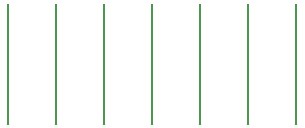
<source format=gto>
G04*
G04 #@! TF.GenerationSoftware,Altium Limited,Altium Designer,24.2.2 (26)*
G04*
G04 Layer_Color=65535*
%FSLAX25Y25*%
%MOIN*%
G70*
G04*
G04 #@! TF.SameCoordinates,2439F8CB-51F8-4C0C-9BB0-1E6E72BC7716*
G04*
G04*
G04 #@! TF.FilePolarity,Positive*
G04*
G01*
G75*
%ADD10C,0.00800*%
D10*
X48000Y-10000D02*
Y30000D01*
X32000Y-10000D02*
Y30000D01*
X0Y-10000D02*
Y30000D01*
X-32000Y-10000D02*
Y30000D01*
X-16000Y-10000D02*
Y30000D01*
X-48000Y-10000D02*
Y30000D01*
X16000Y-10000D02*
Y30000D01*
M02*

</source>
